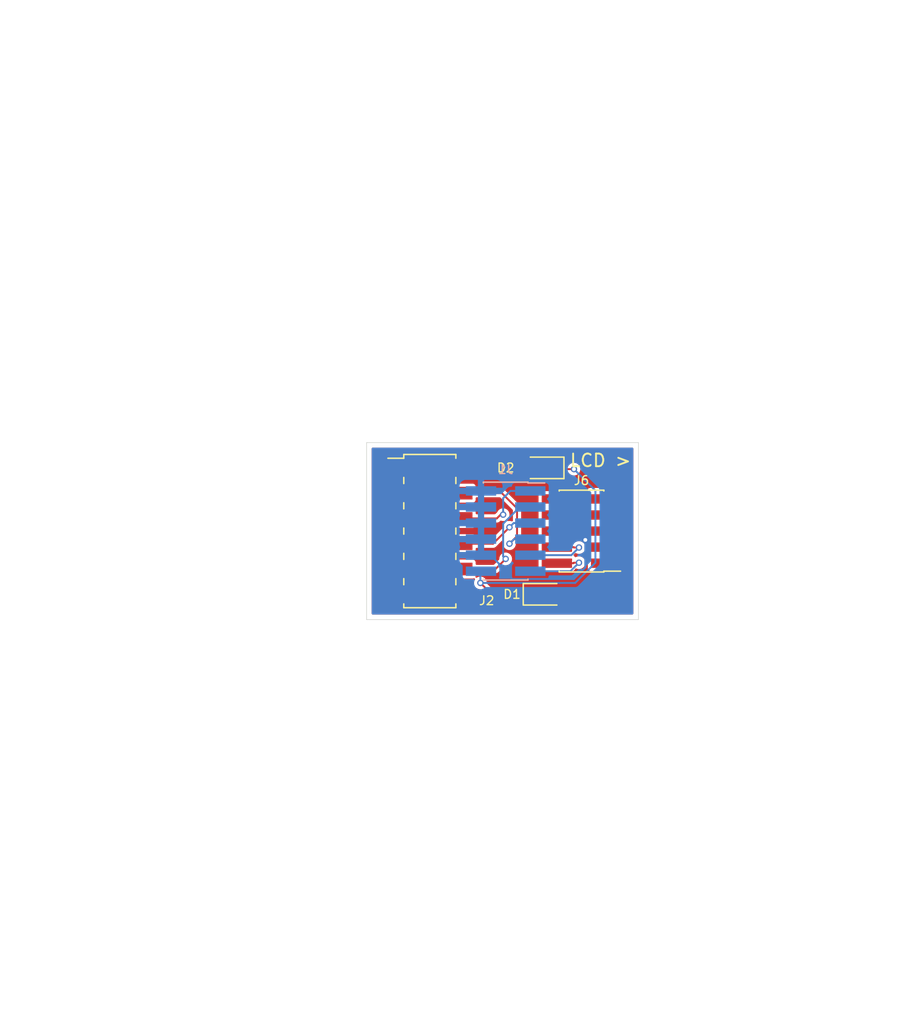
<source format=kicad_pcb>
(kicad_pcb (version 20240108) (generator "pcbnew") (generator_version "8.0")
  (title_block (title "Sitina 1 JTAG Breakout") (date "2024-08-05") (rev "R0.11") (company "Copyright 2024 Wenting Zhang"))
  (layers (0 "F.Cu" signal) (31 "B.Cu" signal) (34 "B.Paste" user) (35 "F.Paste" user) (36 "B.SilkS" user "B.Silkscreen") (37 "F.SilkS" user "F.Silkscreen") (38 "B.Mask" user) (39 "F.Mask" user) (44 "Edge.Cuts" user))
  (net 0 "")
  (net 1 "+3V3")
  (net 2 "GND")
  (net 3 "Net-(D1-A)")
  (net 7 "Net-(D2-A)")
  (net 9 "FPGA_TDI")
  (net 10 "FPGA_TDO")
  (net 11 "FPGA_TMS")
  (net 12 "MCU_SWDIO")
  (net 13 "MCU_SWCLK")
  (net 14 "FPGA_TCK")
  (footprint "Connector_PinHeader_1.27mm:PinHeader_2x05_P1.27mm_Vertical_SMD" (layer "F.Cu") (at 149 103 180)
    (property "Reference" "J6" (at 0 4 0) (layer "F.SilkS") (effects (font (size 0.7 0.7) (thickness 0.11))))
    (property "Value" "Conn_02x05_Odd_Even")
    (fp_line (start 1.765 3.17) (end 1.765 3.235) (stroke (width 0.12)) (layer "F.SilkS"))
    (fp_line (start 1.765 -3.235) (end 1.765 -3.17) (stroke (width 0.12)) (layer "F.SilkS"))
    (fp_line (start -1.765 3.235) (end 1.765 3.235) (stroke (width 0.12)) (layer "F.SilkS"))
    (fp_line (start -1.765 3.17) (end -1.765 3.235) (stroke (width 0.12)) (layer "F.SilkS"))
    (fp_line (start -1.765 -3.235) (end 1.765 -3.235) (stroke (width 0.12)) (layer "F.SilkS"))
    (fp_line (start -1.765 -3.235) (end -1.765 -3.17) (stroke (width 0.12)) (layer "F.SilkS"))
    (fp_line (start -3.09 -3.17) (end -1.765 -3.17) (stroke (width 0.12)) (layer "F.SilkS"))
    (pad "1" smd rect (at -1.95 -2.54 180) (size 2.4 0.74) (layers "F.Cu" "F.Paste" "F.Mask") (net 3 "Net-(D1-A)"))
    (pad "2" smd rect (at 1.95 -2.54 180) (size 2.4 0.74) (layers "F.Cu" "F.Paste" "F.Mask") (net 12 "MCU_SWDIO"))
    (pad "3" smd rect (at -1.95 -1.27 180) (size 2.4 0.74) (layers "F.Cu" "F.Paste" "F.Mask") (net 2 "GND"))
    (pad "4" smd rect (at 1.95 -1.27 180) (size 2.4 0.74) (layers "F.Cu" "F.Paste" "F.Mask") (net 13 "MCU_SWCLK"))
    (pad "5" smd rect (at -1.95 0 180) (size 2.4 0.74) (layers "F.Cu" "F.Paste" "F.Mask") (net 2 "GND"))
    (pad "6" smd rect (at 1.95 0 180) (size 2.4 0.74) (layers "F.Cu" "F.Paste" "F.Mask"))
    (pad "7" smd rect (at -1.95 1.27 180) (size 2.4 0.74) (layers "F.Cu" "F.Paste" "F.Mask"))
    (pad "8" smd rect (at 1.95 1.27 180) (size 2.4 0.74) (layers "F.Cu" "F.Paste" "F.Mask"))
    (pad "9" smd rect (at -1.95 2.54 180) (size 2.4 0.74) (layers "F.Cu" "F.Paste" "F.Mask") (net 2 "GND"))
    (pad "10" smd rect (at 1.95 2.54 180) (size 2.4 0.74) (layers "F.Cu" "F.Paste" "F.Mask"))
  )
  (footprint "Diode_SMD:D_SOD-323" (layer "F.Cu") (at 146 108)
    (property "Reference" "D1" (at -2.5 0 0) (layer "F.SilkS") (effects (font (size 0.7 0.7) (thickness 0.11))))
    (property "Value" "B0540W")
    (fp_line (start -1.61 -0.85) (end -1.61 0.85) (stroke (width 0.12)) (layer "F.SilkS"))
    (fp_line (start -1.61 -0.85) (end 1.05 -0.85) (stroke (width 0.12)) (layer "F.SilkS"))
    (fp_line (start -1.61 0.85) (end 1.05 0.85) (stroke (width 0.12)) (layer "F.SilkS"))
    (pad "1" smd roundrect (at -1.05 0) (size 0.6 0.45) (layers "F.Cu" "F.Paste" "F.Mask") (net 1 "+3V3"))
    (pad "2" smd roundrect (at 1.05 0) (size 0.6 0.45) (layers "F.Cu" "F.Paste" "F.Mask") (net 3 "Net-(D1-A)"))
  )
  (footprint "Diode_SMD:D_SOD-323" (layer "F.Cu") (at 146 98 180)
    (property "Reference" "D2" (at 3 0 0) (layer "F.SilkS") (effects (font (size 0.7 0.7) (thickness 0.11))))
    (property "Value" "B0540W")
    (fp_line (start -1.61 0.85) (end 1.05 0.85) (stroke (width 0.12)) (layer "F.SilkS"))
    (fp_line (start -1.61 -0.85) (end 1.05 -0.85) (stroke (width 0.12)) (layer "F.SilkS"))
    (fp_line (start -1.61 -0.85) (end -1.61 0.85) (stroke (width 0.12)) (layer "F.SilkS"))
    (pad "1" smd roundrect (at -1.05 0 180) (size 0.6 0.45) (layers "F.Cu" "F.Paste" "F.Mask") (net 1 "+3V3"))
    (pad "2" smd roundrect (at 1.05 0 180) (size 0.6 0.45) (layers "F.Cu" "F.Paste" "F.Mask") (net 7 "Net-(D2-A)"))
  )
  (footprint "Connector_PinHeader_2.00mm:PinHeader_2x06_P2.00mm_Vertical_SMD" (layer "F.Cu") (at 137 103)
    (property "Reference" "J2" (at 4.5 5.5 0) (layer "F.SilkS") (effects (font (size 0.7 0.7) (thickness 0.11))))
    (property "Value" "Conn_02x07_Odd_Even")
    (fp_line (start -3.315 -5.76) (end -2.06 -5.76) (stroke (width 0.12)) (layer "F.SilkS"))
    (fp_line (start -2.06 -6.06) (end -2.06 -5.76) (stroke (width 0.12)) (layer "F.SilkS"))
    (fp_line (start -2.06 -6.06) (end 2.06 -6.06) (stroke (width 0.12)) (layer "F.SilkS"))
    (fp_line (start -2.06 -4.24) (end -2.06 -3.76) (stroke (width 0.12)) (layer "F.SilkS"))
    (fp_line (start -2.06 -2.24) (end -2.06 -1.76) (stroke (width 0.12)) (layer "F.SilkS"))
    (fp_line (start -2.06 -0.24) (end -2.06 0.24) (stroke (width 0.12)) (layer "F.SilkS"))
    (fp_line (start -2.06 1.76) (end -2.06 2.24) (stroke (width 0.12)) (layer "F.SilkS"))
    (fp_line (start -2.06 3.76) (end -2.06 4.24) (stroke (width 0.12)) (layer "F.SilkS"))
    (fp_line (start -2.06 5.76) (end -2.06 6.06) (stroke (width 0.12)) (layer "F.SilkS"))
    (fp_line (start -2.06 6.06) (end 2.06 6.06) (stroke (width 0.12)) (layer "F.SilkS"))
    (fp_line (start 2.06 -6.06) (end 2.06 -5.76) (stroke (width 0.12)) (layer "F.SilkS"))
    (fp_line (start 2.06 -4.24) (end 2.06 -3.76) (stroke (width 0.12)) (layer "F.SilkS"))
    (fp_line (start 2.06 -2.24) (end 2.06 -1.76) (stroke (width 0.12)) (layer "F.SilkS"))
    (fp_line (start 2.06 -0.24) (end 2.06 0.24) (stroke (width 0.12)) (layer "F.SilkS"))
    (fp_line (start 2.06 1.76) (end 2.06 2.24) (stroke (width 0.12)) (layer "F.SilkS"))
    (fp_line (start 2.06 3.76) (end 2.06 4.24) (stroke (width 0.12)) (layer "F.SilkS"))
    (fp_line (start 2.06 5.76) (end 2.06 6.06) (stroke (width 0.12)) (layer "F.SilkS"))
    (pad "1" smd rect (at -2.085 -5) (size 2.58 1) (layers "F.Cu" "F.Paste" "F.Mask"))
    (pad "2" smd rect (at 2.085 -5) (size 2.58 1) (layers "F.Cu" "F.Paste" "F.Mask") (net 7 "Net-(D2-A)"))
    (pad "3" smd rect (at -2.085 -3) (size 2.58 1) (layers "F.Cu" "F.Paste" "F.Mask") (net 2 "GND"))
    (pad "4" smd rect (at 2.085 -3) (size 2.58 1) (layers "F.Cu" "F.Paste" "F.Mask") (net 11 "FPGA_TMS"))
    (pad "5" smd rect (at -2.085 -1) (size 2.58 1) (layers "F.Cu" "F.Paste" "F.Mask") (net 2 "GND"))
    (pad "6" smd rect (at 2.085 -1) (size 2.58 1) (layers "F.Cu" "F.Paste" "F.Mask") (net 14 "FPGA_TCK"))
    (pad "7" smd rect (at -2.085 1) (size 2.58 1) (layers "F.Cu" "F.Paste" "F.Mask") (net 2 "GND"))
    (pad "8" smd rect (at 2.085 1) (size 2.58 1) (layers "F.Cu" "F.Paste" "F.Mask") (net 10 "FPGA_TDO"))
    (pad "9" smd rect (at -2.085 3) (size 2.58 1) (layers "F.Cu" "F.Paste" "F.Mask") (net 2 "GND"))
    (pad "10" smd rect (at 2.085 3) (size 2.58 1) (layers "F.Cu" "F.Paste" "F.Mask") (net 9 "FPGA_TDI"))
    (pad "11" smd rect (at -2.085 5) (size 2.58 1) (layers "F.Cu" "F.Paste" "F.Mask") (net 2 "GND"))
    (pad "12" smd rect (at 2.085 5) (size 2.58 1) (layers "F.Cu" "F.Paste" "F.Mask"))
  )
  (footprint "Connector_PinHeader_1.27mm:PinHeader_2x06_P1.27mm_Vertical_SMD" (layer "B.Cu") (at 143 103 180)
    (property "Reference" "J1" (at 0 4.87 0) (layer "B.SilkS") (effects (font (size 0.7 0.7) (thickness 0.11)) (justify mirror)))
    (property "Value" "Conn_02x06_Odd_Even")
    (fp_line (start 1.765 3.87) (end -1.765 3.87) (stroke (width 0.12)) (layer "B.SilkS"))
    (fp_line (start 1.765 3.805) (end 1.765 3.87) (stroke (width 0.12)) (layer "B.SilkS"))
    (fp_line (start 1.765 -3.87) (end 1.765 -3.805) (stroke (width 0.12)) (layer "B.SilkS"))
    (fp_line (start 1.765 -3.87) (end -1.765 -3.87) (stroke (width 0.12)) (layer "B.SilkS"))
    (fp_line (start -1.765 3.805) (end -1.765 3.87) (stroke (width 0.12)) (layer "B.SilkS"))
    (fp_line (start -1.765 3.805) (end -3.09 3.805) (stroke (width 0.12)) (layer "B.SilkS"))
    (fp_line (start -1.765 -3.87) (end -1.765 -3.805) (stroke (width 0.12)) (layer "B.SilkS"))
    (pad "1" smd rect (at -1.95 3.175 180) (size 2.4 0.74) (layers "B.Cu" "B.Paste" "B.Mask") (net 14 "FPGA_TCK"))
    (pad "2" smd rect (at 1.95 3.175 180) (size 2.4 0.74) (layers "B.Cu" "B.Paste" "B.Mask") (net 2 "GND"))
    (pad "3" smd rect (at -1.95 1.905 180) (size 2.4 0.74) (layers "B.Cu" "B.Paste" "B.Mask") (net 9 "FPGA_TDI"))
    (pad "4" smd rect (at 1.95 1.905 180) (size 2.4 0.74) (layers "B.Cu" "B.Paste" "B.Mask") (net 2 "GND"))
    (pad "5" smd rect (at -1.95 0.635 180) (size 2.4 0.74) (layers "B.Cu" "B.Paste" "B.Mask") (net 10 "FPGA_TDO"))
    (pad "6" smd rect (at 1.95 0.635 180) (size 2.4 0.74) (layers "B.Cu" "B.Paste" "B.Mask") (net 2 "GND"))
    (pad "7" smd rect (at -1.95 -0.635 180) (size 2.4 0.74) (layers "B.Cu" "B.Paste" "B.Mask") (net 11 "FPGA_TMS"))
    (pad "8" smd rect (at 1.95 -0.635 180) (size 2.4 0.74) (layers "B.Cu" "B.Paste" "B.Mask") (net 2 "GND"))
    (pad "9" smd rect (at -1.95 -1.905 180) (size 2.4 0.74) (layers "B.Cu" "B.Paste" "B.Mask") (net 13 "MCU_SWCLK"))
    (pad "10" smd rect (at 1.95 -1.905 180) (size 2.4 0.74) (layers "B.Cu" "B.Paste" "B.Mask") (net 2 "GND"))
    (pad "11" smd rect (at -1.95 -3.175 180) (size 2.4 0.74) (layers "B.Cu" "B.Paste" "B.Mask") (net 12 "MCU_SWDIO"))
    (pad "12" smd rect (at 1.95 -3.175 180) (size 2.4 0.74) (layers "B.Cu" "B.Paste" "B.Mask") (net 1 "+3V3"))
  )
  (gr_line (start 132 96) (end 132 110) (stroke (width 0.05)) (layer "Edge.Cuts"))
  (gr_line (start 132 110) (end 153.5 110) (stroke (width 0.05)) (layer "Edge.Cuts"))
  (gr_line (start 153.5 96) (end 132 96) (stroke (width 0.05)) (layer "Edge.Cuts"))
  (gr_line (start 153.5 110) (end 153.5 96) (stroke (width 0.05)) (layer "Edge.Cuts"))
  (gr_text "LCD >" (at 148 98 0) (layer "F.SilkS") (effects (font (size 1 1)) (justify left bottom)))
  (segment (start 144.95 108) (end 141.9 108) (width 0.15) (layer "F.Cu") (net 1))
  (segment (start 148.4 98.1) (end 147.15 98.1) (width 0.15) (layer "F.Cu") (net 1))
  (segment (start 147.15 98.1) (end 147.05 98) (width 0.15) (layer "F.Cu") (net 1))
  (segment (start 141.9 108) (end 141 107.1) (width 0.15) (layer "F.Cu") (net 1))
  (via (at 148.4 98.1) (size 0.5) (drill 0.3) (layers "F.Cu" "B.Cu") (net 1))
  (via (at 141 107.1) (size 0.5) (drill 0.3) (layers "F.Cu" "B.Cu") (net 1))
  (segment (start 141 107.1) (end 141 106.225) (width 0.15) (layer "B.Cu") (net 1))
  (segment (start 141 106.225) (end 141.05 106.175) (width 0.15) (layer "B.Cu") (net 1))
  (segment (start 148.5 107.1) (end 150.1 105.5) (width 0.15) (layer "B.Cu") (net 1))
  (segment (start 150.1 105.5) (end 150.1 99.8) (width 0.15) (layer "B.Cu") (net 1))
  (segment (start 150.1 99.8) (end 148.4 98.1) (width 0.15) (layer "B.Cu") (net 1))
  (segment (start 141 107.1) (end 148.5 107.1) (width 0.15) (layer "B.Cu") (net 1))
  (via (at 149.3 103.7) (size 0.5) (drill 0.3) (layers "F.Cu" "B.Cu") (net 2))
  (segment (start 143.487868 106.787868) (end 148.387868 106.787868) (width 0.15) (layer "B.Cu") (net 2))
  (segment (start 149.3 105.875736) (end 149.3 103.7) (width 0.15) (layer "B.Cu") (net 2))
  (segment (start 141.8 104.905) (end 142.475 105.58) (width 0.15) (layer "B.Cu") (net 2))
  (segment (start 142.475 105.775) (end 143.487868 106.787868) (width 0.15) (layer "B.Cu") (net 2))
  (segment (start 148.387868 106.787868) (end 149.3 105.875736) (width 0.15) (layer "B.Cu") (net 2))
  (segment (start 142.475 105.58) (end 142.475 105.775) (width 0.15) (layer "B.Cu") (net 2))
  (segment (start 141.05 104.905) (end 141.8 104.905) (width 0.15) (layer "B.Cu") (net 2))
  (segment (start 149.6 108) (end 150.95 106.65) (width 0.15) (layer "F.Cu") (net 3))
  (segment (start 147.05 108) (end 149.6 108) (width 0.15) (layer "F.Cu") (net 3))
  (segment (start 150.95 106.65) (end 150.95 105.54) (width 0.15) (layer "F.Cu") (net 3))
  (segment (start 144.95 98) (end 139.085 98) (width 0.15) (layer "F.Cu") (net 7))
  (segment (start 142.2 106) (end 139.085 106) (width 0.15) (layer "F.Cu") (net 9))
  (segment (start 143 105.2) (end 142.2 106) (width 0.15) (layer "F.Cu") (net 9))
  (via (at 143 105.2) (size 0.5) (drill 0.3) (layers "F.Cu" "B.Cu") (net 9))
  (segment (start 144.12 101.095) (end 144.95 101.095) (width 0.15) (layer "B.Cu") (net 9))
  (segment (start 142.8 105) (end 142.8 102.415) (width 0.15) (layer "B.Cu") (net 9))
  (segment (start 142.8 102.415) (end 144.12 101.095) (width 0.15) (layer "B.Cu") (net 9))
  (segment (start 143 105.2) (end 142.8 105) (width 0.15) (layer "B.Cu") (net 9))
  (segment (start 142 104) (end 139.085 104) (width 0.15) (layer "F.Cu") (net 10))
  (segment (start 143.3 102.7) (end 142 104) (width 0.15) (layer "F.Cu") (net 10))
  (via (at 143.3 102.7) (size 0.5) (drill 0.3) (layers "F.Cu" "B.Cu") (net 10))
  (segment (start 143.635 102.365) (end 143.3 102.7) (width 0.15) (layer "B.Cu") (net 10))
  (segment (start 144.95 102.365) (end 143.635 102.365) (width 0.15) (layer "B.Cu") (net 10))
  (segment (start 142.7 100) (end 139.085 100) (width 0.15) (layer "F.Cu") (net 11))
  (segment (start 143.3 104) (end 143.9 103.4) (width 0.15) (layer "F.Cu") (net 11))
  (segment (start 143.9 101.2) (end 142.7 100) (width 0.15) (layer "F.Cu") (net 11))
  (segment (start 143.9 103.4) (end 143.9 101.2) (width 0.15) (layer "F.Cu") (net 11))
  (via (at 143.3 104) (size 0.5) (drill 0.3) (layers "F.Cu" "B.Cu") (net 11))
  (segment (start 143.665 103.635) (end 143.3 104) (width 0.15) (layer "B.Cu") (net 11))
  (segment (start 144.95 103.635) (end 143.665 103.635) (width 0.15) (layer "B.Cu") (net 11))
  (segment (start 148.8 105.5) (end 148.4 105.5) (width 0.15) (layer "F.Cu") (net 12))
  (segment (start 148.36 105.54) (end 147.05 105.54) (width 0.15) (layer "F.Cu") (net 12))
  (segment (start 148.4 105.5) (end 148.36 105.54) (width 0.15) (layer "F.Cu") (net 12))
  (via (at 148.8 105.5) (size 0.5) (drill 0.3) (layers "F.Cu" "B.Cu") (net 12))
  (segment (start 144.95 106.175) (end 148.125 106.175) (width 0.15) (layer "B.Cu") (net 12))
  (segment (start 148.125 106.175) (end 148.8 105.5) (width 0.15) (layer "B.Cu") (net 12))
  (segment (start 148.4 104.3) (end 148.37 104.27) (width 0.15) (layer "F.Cu") (net 13))
  (segment (start 148.8 104.3) (end 148.4 104.3) (width 0.15) (layer "F.Cu") (net 13))
  (segment (start 148.37 104.27) (end 147.05 104.27) (width 0.15) (layer "F.Cu") (net 13))
  (via (at 148.8 104.3) (size 0.5) (drill 0.3) (layers "F.Cu" "B.Cu") (net 13))
  (segment (start 148.195 104.905) (end 148.8 104.3) (width 0.15) (layer "B.Cu") (net 13))
  (segment (start 144.95 104.905) (end 148.195 104.905) (width 0.15) (layer "B.Cu") (net 13))
  (segment (start 142.6 101.7) (end 142.3 102) (width 0.15) (layer "F.Cu") (net 14))
  (segment (start 142.3 102) (end 139.085 102) (width 0.15) (layer "F.Cu") (net 14))
  (segment (start 142.8 101.7) (end 142.6 101.7) (width 0.15) (layer "F.Cu") (net 14))
  (via (at 142.8 101.7) (size 0.5) (drill 0.3) (layers "F.Cu" "B.Cu") (net 14))
  (segment (start 142.8 100.4) (end 142.8 101.7) (width 0.15) (layer "B.Cu") (net 14))
  (segment (start 143.375 99.825) (end 143.1 100.1) (width 0.15) (layer "B.Cu") (net 14))
  (segment (start 144.95 99.825) (end 143.375 99.825) (width 0.15) (layer "B.Cu") (net 14))
  (segment (start 143.1 100.1) (end 142.8 100.4) (width 0.15) (layer "B.Cu") (net 14))
  (zone (net 2) (net_name "GND") (layers "F&B.Cu") (connect_pads (clearance 0.25)) (min_thickness 0.15) (fill yes (thermal_gap 0.5) (thermal_bridge_width 0.5))
    (polygon (pts (xy 103 61) (xy 103 142) (xy 175 142) (xy 175 61)))
  )
)
</source>
